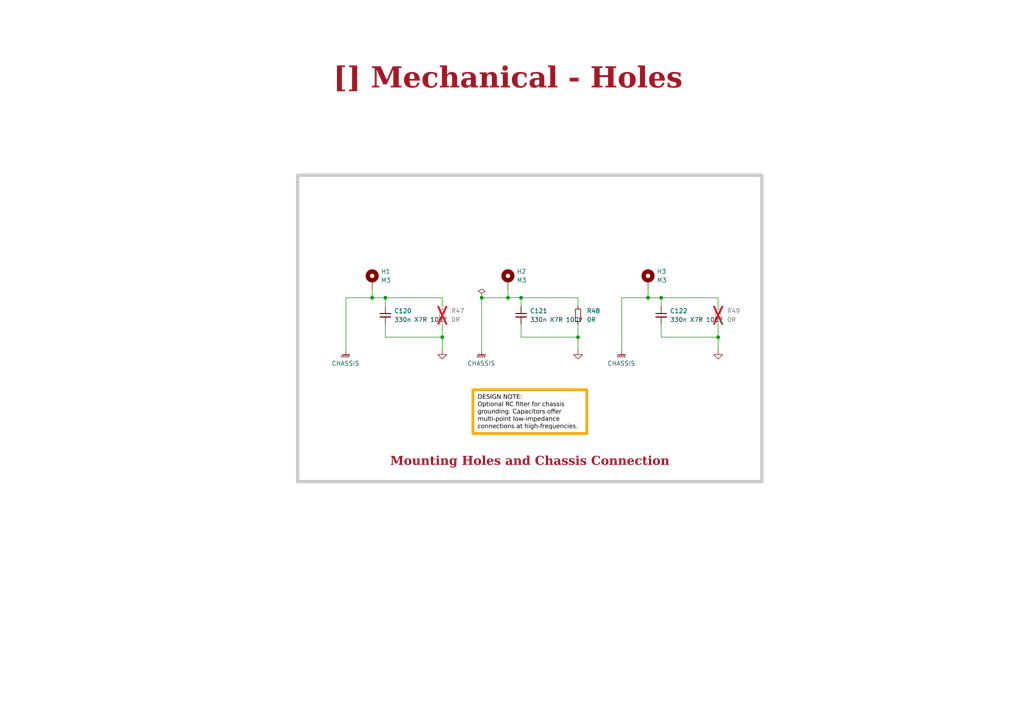
<source format=kicad_sch>
(kicad_sch (version 20230121) (generator eeschema)
  (paper "A4")
  (title_block (title "Mechanical - Holes") (date "2023-10-22") (rev "${REVISION}") (company "${COMPANY}"))
  (lib_symbols
    (symbol "0_power_symbols:CHASSIS" (power) (pin_names (offset 0))
      (property "Value" "CHASSIS" (at 0 -3.302 0))
      (symbol "CHASSIS_0_1"
        (polyline (pts (xy 0 -1.27) (xy 0 0)))
        (polyline (pts (xy -1.016 -1.27) (xy -1.27 -2.032) (xy -1.27 -2.032)) (stroke (width 0.2032)))
        (polyline (pts (xy -0.508 -1.27) (xy -0.762 -2.032) (xy -0.762 -2.032)) (stroke (width 0.2032)))
        (polyline (pts (xy 0 -1.27) (xy -0.254 -2.032) (xy -0.254 -2.032)) (stroke (width 0.2032)))
        (polyline (pts (xy 0.508 -1.27) (xy 0.254 -2.032) (xy 0.254 -2.032)) (stroke (width 0.2032)))
        (polyline (pts (xy 1.016 -1.27) (xy -1.016 -1.27) (xy -1.016 -1.27)) (stroke (width 0.2032)))
        (polyline (pts (xy 1.016 -1.27) (xy 0.762 -2.032) (xy 0.762 -2.032) (xy 0.762 -2.032)) (stroke (width 0.2032)))
      )
      (symbol "CHASSIS_1_1"
        (pin power_in line (at 0 0 270) (length 0) hide (name "CHASSIS") (number "1"))
      )
    )
    (symbol "Device:C_Small" (pin_numbers hide) (pin_names (offset 0.254) hide)
      (property "Reference" "C" (at 0.254 1.778 0))
      (property "Value" "C_Small" (at 0.254 -2.032 0))
      (symbol "C_Small_0_1"
        (polyline (pts (xy -1.524 -0.508) (xy 1.524 -0.508)) (stroke (width 0.3302)))
        (polyline (pts (xy -1.524 0.508) (xy 1.524 0.508)) (stroke (width 0.3048)))
      )
      (symbol "C_Small_1_1"
        (pin passive line (at 0 2.54 270) (length 2.032) (name "~") (number "1"))
        (pin passive line (at 0 -2.54 90) (length 2.032) (name "~") (number "2"))
      )
    )
    (symbol "Device:R_Small" (pin_numbers hide) (pin_names (offset 0.254) hide)
      (property "Reference" "R" (at 0.762 0.508 0))
      (property "Value" "R_Small" (at 0.762 -1.016 0))
      (symbol "R_Small_0_1"
        (rectangle (start -0.762 1.778) (end 0.762 -1.778) (stroke (width 0.2032)))
      )
      (symbol "R_Small_1_1"
        (pin passive line (at 0 2.54 270) (length 0.762) (name "~") (number "1"))
        (pin passive line (at 0 -2.54 90) (length 0.762) (name "~") (number "2"))
      )
    )
    (symbol "Mechanical:MountingHole_Pad" (pin_numbers hide) (pin_names (offset 1.016) hide)
      (property "Reference" "H" (at 0 6.35 0))
      (property "Value" "MountingHole_Pad" (at 0 4.445 0))
      (symbol "MountingHole_Pad_0_1"
        (circle (center 0 1.27) (radius 1.27) (stroke (width 1.27)))
      )
      (symbol "MountingHole_Pad_1_1"
        (pin input line (at 0 -2.54 90) (length 2.54) (name "1") (number "1"))
      )
    )
    (symbol "power:GND" (power) (pin_names (offset 0))
      (property "Value" "GND" (at 0 -3.81 0))
      (symbol "GND_0_1"
        (polyline (pts (xy 0 0) (xy 0 -1.27) (xy 1.27 -1.27) (xy 0 -2.54) (xy -1.27 -1.27) (xy 0 -1.27)))
      )
      (symbol "GND_1_1"
        (pin power_in line (at 0 0 270) (length 0) hide (name "GND") (number "1"))
      )
    )
    (symbol "power:PWR_FLAG" (power) (pin_numbers hide) (pin_names (offset 0) hide)
      (property "Value" "PWR_FLAG" (at 0 3.81 0))
      (symbol "PWR_FLAG_0_0"
        (pin power_out line (at 0 0 90) (length 0) (name "pwr") (number "1"))
      )
      (symbol "PWR_FLAG_0_1"
        (polyline (pts (xy 0 0) (xy 0 1.27) (xy -1.016 1.905) (xy 0 2.54) (xy 1.016 1.905) (xy 0 1.27)))
      )
    )
  )
  (junction (at 139.7 86.36))
  (junction (at 187.96 86.36))
  (junction (at 107.95 86.36))
  (junction (at 167.64 97.79))
  (junction (at 147.32 86.36))
  (junction (at 128.27 97.79))
  (junction (at 111.76 86.36))
  (junction (at 191.77 86.36))
  (junction (at 151.13 86.36))
  (junction (at 208.28 97.79))
  (wire (pts (xy 107.95 86.36) (xy 111.76 86.36)))
  (wire (pts (xy 111.76 97.79) (xy 128.27 97.79)))
  (wire (pts (xy 128.27 97.79) (xy 128.27 93.98)))
  (wire (pts (xy 208.28 97.79) (xy 208.28 101.6)))
  (wire (pts (xy 191.77 86.36) (xy 191.77 88.9)))
  (wire (pts (xy 187.96 83.82) (xy 187.96 86.36)))
  (wire (pts (xy 180.34 86.36) (xy 187.96 86.36)))
  (wire (pts (xy 180.34 101.6) (xy 180.34 86.36)))
  (wire (pts (xy 167.64 86.36) (xy 167.64 88.9)))
  (wire (pts (xy 208.28 86.36) (xy 208.28 88.9)))
  (wire (pts (xy 111.76 93.98) (xy 111.76 97.79)))
  (wire (pts (xy 139.7 86.36) (xy 139.7 101.6)))
  (wire (pts (xy 151.13 86.36) (xy 167.64 86.36)))
  (wire (pts (xy 128.27 86.36) (xy 128.27 88.9)))
  (wire (pts (xy 100.33 86.36) (xy 107.95 86.36)))
  (wire (pts (xy 191.77 97.79) (xy 208.28 97.79)))
  (wire (pts (xy 187.96 86.36) (xy 191.77 86.36)))
  (wire (pts (xy 167.64 97.79) (xy 167.64 93.98)))
  (wire (pts (xy 147.32 86.36) (xy 151.13 86.36)))
  (wire (pts (xy 147.32 83.82) (xy 147.32 86.36)))
  (wire (pts (xy 151.13 93.98) (xy 151.13 97.79)))
  (wire (pts (xy 151.13 97.79) (xy 167.64 97.79)))
  (wire (pts (xy 107.95 83.82) (xy 107.95 86.36)))
  (wire (pts (xy 208.28 97.79) (xy 208.28 93.98)))
  (wire (pts (xy 191.77 86.36) (xy 208.28 86.36)))
  (wire (pts (xy 151.13 86.36) (xy 151.13 88.9)))
  (wire (pts (xy 191.77 93.98) (xy 191.77 97.79)))
  (wire (pts (xy 111.76 86.36) (xy 111.76 88.9)))
  (wire (pts (xy 111.76 86.36) (xy 128.27 86.36)))
  (wire (pts (xy 167.64 97.79) (xy 167.64 101.6)))
  (wire (pts (xy 128.27 97.79) (xy 128.27 101.6)))
  (wire (pts (xy 139.7 86.36) (xy 147.32 86.36)))
  (wire (pts (xy 100.33 101.6) (xy 100.33 86.36)))
  (rectangle (start 86.36 50.8) (end 220.98 139.7) (stroke (width 1) (color 200 200 200 1)))
  (text_box "[${#}] ${TITLE}" (at 78.74 16.51 0) (size 137.16 12.7) (stroke (width -0.0001)) (effects (font (size 6 6) (thickness 1.2) bold)))
  (text_box "Mounting Holes and Chassis Connection" (at 87.63 128.27 0) (size 132.08 8.89) (stroke (width -0.0001)) (effects (font (size 2.54 2.54) (thickness 0.508) bold) (justify bottom)))
  (text_box "DESIGN NOTE:\nOptional RC filter for chassis grounding. Capacitors offer multi-point low-impedance connections at high-frequencies." (at 137.16 113.03 0) (size 33.02 12.7) (stroke (width 0.8) (color 255 165 0 1)) (effects (font (size 1.27 1.27)) (justify left top)))
  (symbol (lib_id "power:GND") (at 128.27 101.6 0) (unit 1)
    (property "Reference" "#PWR086" (effects hide))
    (property "Value" "GND" (effects hide))
  )
  (symbol (lib_id "Device:C_Small") (at 111.76 91.44 0) (unit 1) (in_bom no)
    (property "Reference" "C120" (at 114.3 90.1763 0) (effects (justify left)))
    (property "Value" "330n X7R 100V" (at 114.3 92.7163 0) (effects (justify left)))
    (property "Footprint" "0_capacitor_smd:C_0402_1005_DensityHigh" (effects hide))
  )
  (symbol (lib_id "Mechanical:MountingHole_Pad") (at 107.95 81.28 0) (unit 1)
    (property "Reference" "H1" (at 110.49 78.74 0) (effects (justify left)))
    (property "Value" "M3" (at 110.49 81.28 0) (effects (justify left)))
    (property "Footprint" "0_pad:MountingHole_3.2mm_M3_Pad_Via" (effects hide))
  )
  (symbol (lib_id "power:PWR_FLAG") (at 139.7 86.36 0) (unit 1)
    (property "Reference" "#FLG01" (effects hide))
    (property "Value" "PWR_FLAG" (effects hide))
    (instances (project "bldc_controller" (path "" (reference "#FLG01") (unit 1)) (path "" (reference "#FLG07") (unit 1))))
  )
  (symbol (lib_id "0_power_symbols:CHASSIS") (at 100.33 101.6 0) (unit 1)
    (property "Reference" "#PWR085" (effects hide))
    (property "Value" "CHASSIS" (at 100.203 105.41 0))
  )
  (symbol (lib_id "0_power_symbols:CHASSIS") (at 139.7 101.6 0) (unit 1)
    (property "Reference" "#PWR087" (effects hide))
    (property "Value" "CHASSIS" (at 139.573 105.41 0))
  )
  (symbol (lib_id "Device:R_Small") (at 167.64 91.44 0) (unit 1)
    (property "Reference" "R48" (at 170.18 90.17 0) (effects (justify left)))
    (property "Value" "0R" (at 170.18 92.71 0) (effects (justify left)))
    (property "Footprint" "0_resistor_smd:R_0402_1005_DensityHigh" (effects hide))
  )
  (symbol (lib_id "Device:C_Small") (at 191.77 91.44 0) (unit 1) (in_bom no)
    (property "Reference" "C122" (at 194.31 90.1763 0) (effects (justify left)))
    (property "Value" "330n X7R 100V" (at 194.31 92.7163 0) (effects (justify left)))
    (property "Footprint" "0_capacitor_smd:C_0402_1005_DensityHigh" (effects hide))
  )
  (symbol (lib_id "0_power_symbols:CHASSIS") (at 180.34 101.6 0) (unit 1)
    (property "Reference" "#PWR089" (effects hide))
    (property "Value" "CHASSIS" (at 180.213 105.41 0))
  )
  (symbol (lib_id "Device:C_Small") (at 151.13 91.44 0) (unit 1) (in_bom no)
    (property "Reference" "C121" (at 153.67 90.1763 0) (effects (justify left)))
    (property "Value" "330n X7R 100V" (at 153.67 92.7163 0) (effects (justify left)))
    (property "Footprint" "0_capacitor_smd:C_0402_1005_DensityHigh" (effects hide))
  )
  (symbol (lib_id "power:GND") (at 208.28 101.6 0) (unit 1)
    (property "Reference" "#PWR090" (effects hide))
    (property "Value" "GND" (effects hide))
  )
  (symbol (lib_id "Device:R_Small") (at 128.27 91.44 0) (unit 1) (in_bom no) (dnp yes)
    (property "Reference" "R47" (at 130.81 90.17 0) (effects (justify left)))
    (property "Value" "0R" (at 130.81 92.71 0) (effects (justify left)))
    (property "Footprint" "0_resistor_smd:R_0402_1005_DensityHigh" (effects hide))
  )
  (symbol (lib_id "power:GND") (at 167.64 101.6 0) (unit 1)
    (property "Reference" "#PWR088" (effects hide))
    (property "Value" "GND" (effects hide))
  )
  (symbol (lib_id "Mechanical:MountingHole_Pad") (at 147.32 81.28 0) (unit 1)
    (property "Reference" "H2" (at 149.86 78.74 0) (effects (justify left)))
    (property "Value" "M3" (at 149.86 81.28 0) (effects (justify left)))
    (property "Footprint" "0_pad:MountingHole_3.2mm_M3_Pad_Via" (effects hide))
  )
  (symbol (lib_id "Device:R_Small") (at 208.28 91.44 0) (unit 1) (in_bom no) (dnp yes)
    (property "Reference" "R49" (at 210.82 90.17 0) (effects (justify left)))
    (property "Value" "0R" (at 210.82 92.71 0) (effects (justify left)))
    (property "Footprint" "0_resistor_smd:R_0402_1005_DensityHigh" (effects hide))
  )
  (symbol (lib_id "Mechanical:MountingHole_Pad") (at 187.96 81.28 0) (unit 1)
    (property "Reference" "H3" (at 190.5 78.74 0) (effects (justify left)))
    (property "Value" "M3" (at 190.5 81.28 0) (effects (justify left)))
    (property "Footprint" "0_pad:MountingHole_3.2mm_M3_Pad_Via" (effects hide))
  )
)
</source>
